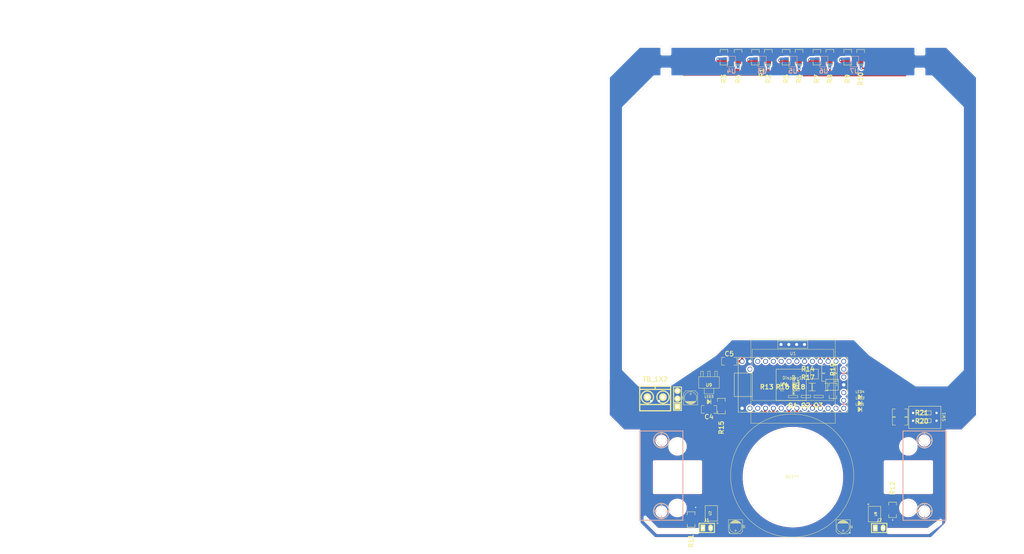
<source format=kicad_pcb>
(kicad_pcb (version 20171130) (host pcbnew "(5.1.4)-1")
  (layers (0 F.Cu signal) (31 B.Cu signal) (34 B.Paste user) (35 F.Paste user) (36 B.SilkS user) (37 F.SilkS user) (38 B.Mask user) (39 F.Mask user) (44 Edge.Cuts user))
  (net 0 "")
  (net 1 "Net-(R1-Pad2)")
  (net 2 +5V)
  (net 3 "Net-(R3-Pad2)")
  (net 4 "Net-(R5-Pad2)")
  (net 5 "Net-(R7-Pad2)")
  (net 6 "Net-(R9-Pad2)")
  (net 7 GND)
  (net 8 /A1)
  (net 9 /A0)
  (net 10 /A2)
  (net 11 /A3)
  (net 12 /A6)
  (net 13 /VIN)
  (net 14 "Net-(J1-Pad1)")
  (net 15 "Net-(J1-Pad2)")
  (net 16 "Net-(J2-Pad2)")
  (net 17 "Net-(J2-Pad1)")
  (net 18 "Net-(R11-Pad1)")
  (net 19 "Net-(R12-Pad1)")
  (net 20 "Net-(C3-Pad1)")
  (net 21 VCC)
  (net 22 "Net-(J3-Pad2)")
  (net 23 "Net-(LED1-Pad1)")
  (net 24 "Net-(LED2-Pad1)")
  (net 25 "Net-(LED3-Pad2)")
  (net 26 "Net-(LED4-Pad1)")
  (net 27 "Net-(Q1-Pad2)")
  (net 28 /MODE1)
  (net 29 /MODO2)
  (net 30 "Net-(Q2-Pad2)")
  (net 31 /MODO3)
  (net 32 "Net-(Q3-Pad2)")
  (net 33 /ESTRATEGIAS1)
  (net 34 /ESTRATEGIAS2)
  (net 35 /SDA)
  (net 36 /SCL)
  (net 37 /M1A)
  (net 38 /M1B)
  (net 39 /M2A)
  (net 40 /M2B)
  (module EESTN5:Pololu_Micro_Con_Soporte_Simple (layer B.Cu) (at 132.75 164.5 270)
    (fp_text reference Pololu_Micro_Gear_Motor hide)
    (fp_text value VAL** hide)
    (pad 1 thru_hole circle (at 11.5 0 270) (size 3 3) (drill 3) (layers *.Cu B.SilkS))
    (pad 4 thru_hole circle (at -11.5 0 270) (size 3 3) (drill 3) (layers *.Cu B.SilkS))
  )
  (module EESTN5:Pololu_Micro_Con_Soporte_Simple (layer B.Cu) (at 47.25 164.5 90)
    (fp_text reference Pololu_Micro_Gear_Motor hide)
    (fp_text value VAL** hide)
    (pad 4 thru_hole circle (at -11.5 0 90) (size 3 3) (drill 3) (layers *.Cu B.SilkS))
    (pad 1 thru_hole circle (at 11.5 0 90) (size 3 3) (drill 3) (layers *.Cu B.SilkS))
  )
  (module TEENSY_velocista:turbina27mm (layer F.Cu) (at 89.75 164.5)
    (fp_text reference REF** (at 0 0.5) (layer F.SilkS))
    (fp_text value turbina27mm)
  )
  (module EESTN5:Teensy40 (layer F.Cu) (at 90 135)
    (fp_text reference U1 (at 0 -10.16) (layer F.SilkS))
    (fp_text value Teensy4.0)
    (fp_text user DVL6A (at 1.778 0 90) (layer F.SilkS) (effects (font (size 0.7 0.7))))
    (fp_text user MIMXRT1062 (at 0.254 0 90) (layer F.SilkS) (effects (font (size 0.7 0.7))))
    (pad 1 thru_hole rect (at -16.51 7.62) (size 1.6 1.6) (drill 1.1) (layers *.Cu *.Mask) (net 7 GND))
    (pad 2 thru_hole circle (at -13.97 7.62) (size 1.6 1.6) (drill 1.1) (layers *.Cu *.Mask))
    (pad 3 thru_hole circle (at -11.43 7.62) (size 1.6 1.6) (drill 1.1) (layers *.Cu *.Mask))
    (pad 4 thru_hole circle (at -8.89 7.62) (size 1.6 1.6) (drill 1.1) (layers *.Cu *.Mask) (net 37 /M1A))
    (pad 5 thru_hole circle (at -6.35 7.62) (size 1.6 1.6) (drill 1.1) (layers *.Cu *.Mask) (net 38 /M1B))
    (pad 6 thru_hole circle (at -3.81 7.62) (size 1.6 1.6) (drill 1.1) (layers *.Cu *.Mask))
    (pad 7 thru_hole circle (at -1.27 7.62) (size 1.6 1.6) (drill 1.1) (layers *.Cu *.Mask) (net 39 /M2A))
    (pad 8 thru_hole circle (at 1.27 7.62) (size 1.6 1.6) (drill 1.1) (layers *.Cu *.Mask) (net 40 /M2B))
    (pad 9 thru_hole circle (at 3.81 7.62) (size 1.6 1.6) (drill 1.1) (layers *.Cu *.Mask) (net 28 /MODE1))
    (pad 10 thru_hole circle (at 6.35 7.62) (size 1.6 1.6) (drill 1.1) (layers *.Cu *.Mask) (net 29 /MODO2))
    (pad 11 thru_hole circle (at 8.89 7.62) (size 1.6 1.6) (drill 1.1) (layers *.Cu *.Mask) (net 31 /MODO3))
    (pad 12 thru_hole circle (at 11.43 7.62) (size 1.6 1.6) (drill 1.1) (layers *.Cu *.Mask))
    (pad 13 thru_hole circle (at 13.97 7.62) (size 1.6 1.6) (drill 1.1) (layers *.Cu *.Mask))
    (pad 34 thru_hole circle (at -13.97 -5.08) (size 1.6 1.6) (drill 1.1) (layers *.Cu *.Mask))
    (pad 33 thru_hole circle (at -16.51 -7.62) (size 1.6 1.6) (drill 1.1) (layers *.Cu *.Mask) (net 21 VCC))
    (pad 32 thru_hole circle (at -13.97 -7.62) (size 1.6 1.6) (drill 1.1) (layers *.Cu *.Mask) (net 7 GND))
    (pad 31 thru_hole circle (at -11.43 -7.62) (size 1.6 1.6) (drill 1.1) (layers *.Cu *.Mask))
    (pad 30 thru_hole circle (at -8.89 -7.62) (size 1.6 1.6) (drill 1.1) (layers *.Cu *.Mask))
    (pad 29 thru_hole circle (at -6.35 -7.62) (size 1.6 1.6) (drill 1.1) (layers *.Cu *.Mask))
    (pad 28 thru_hole circle (at -3.81 -7.62) (size 1.6 1.6) (drill 1.1) (layers *.Cu *.Mask))
    (pad 27 thru_hole circle (at -1.27 -7.62) (size 1.6 1.6) (drill 1.1) (layers *.Cu *.Mask) (net 12 /A6))
    (pad 26 thru_hole circle (at 1.27 -7.62) (size 1.6 1.6) (drill 1.1) (layers *.Cu *.Mask) (net 36 /SCL))
    (pad 25 thru_hole circle (at 3.81 -7.62) (size 1.6 1.6) (drill 1.1) (layers *.Cu *.Mask) (net 35 /SDA))
    (pad 24 thru_hole circle (at 6.35 -7.62) (size 1.6 1.6) (drill 1.1) (layers *.Cu *.Mask) (net 11 /A3))
    (pad 23 thru_hole circle (at 8.89 -7.62) (size 1.6 1.6) (drill 1.1) (layers *.Cu *.Mask) (net 10 /A2))
    (pad 22 thru_hole circle (at 11.43 -7.62) (size 1.6 1.6) (drill 1.1) (layers *.Cu *.Mask) (net 8 /A1))
    (pad 21 thru_hole circle (at 13.97 -7.62) (size 1.6 1.6) (drill 1.1) (layers *.Cu *.Mask) (net 9 /A0))
    (pad 14 thru_hole circle (at 16.51 7.62) (size 1.6 1.6) (drill 1.1) (layers *.Cu *.Mask))
    (pad 15 thru_hole circle (at 16.51 5.08) (size 1.6 1.6) (drill 1.1) (layers *.Cu *.Mask))
    (pad 16 thru_hole circle (at 16.51 2.54) (size 1.6 1.6) (drill 1.1) (layers *.Cu *.Mask))
    (pad 20 thru_hole circle (at 16.51 -7.62) (size 1.6 1.6) (drill 1.1) (layers *.Cu *.Mask))
    (pad 19 thru_hole circle (at 16.51 -5.08) (size 1.6 1.6) (drill 1.1) (layers *.Cu *.Mask))
    (pad 18 thru_hole circle (at 16.51 -2.54) (size 1.6 1.6) (drill 1.1) (layers *.Cu *.Mask))
    (pad 17 thru_hole circle (at 16.51 0) (size 1.6 1.6) (drill 1.1) (layers *.Cu *.Mask) (net 7 GND))
  )
  (module EESTN5:R_1206 (layer F.Cu) (at 77.8 28.603 90)
    (fp_text reference R1 (at -5.025001 2.05 90) (layer F.SilkS) (effects (font (size 1.5 1.5) (thickness 0.3))))
    (fp_text value R hide)
    (pad 2 smd rect (at -1.397 0 90) (size 1.6002 1.8034) (layers F.Cu F.Paste F.Mask) (net 1 "Net-(R1-Pad2)"))
    (pad 1 smd rect (at 1.397 0 90) (size 1.6002 1.8034) (layers F.Cu F.Paste F.Mask) (net 2 +5V))
  )
  (module EESTN5:R_1206 (layer F.Cu) (at 82 28.603 90)
    (fp_text reference R2 (at -7 0 90) (layer F.SilkS) (effects (font (size 1.5 1.5) (thickness 0.3))))
    (fp_text value R hide)
    (pad 1 smd rect (at 1.397 0 90) (size 1.6002 1.8034) (layers F.Cu F.Paste F.Mask) (net 2 +5V))
    (pad 2 smd rect (at -1.397 0 90) (size 1.6002 1.8034) (layers F.Cu F.Paste F.Mask) (net 11 /A3))
  )
  (module EESTN5:R_1206 (layer F.Cu) (at 67.6 28.6 90)
    (fp_text reference R3 (at -7 0 270) (layer F.SilkS) (effects (font (size 1.5 1.5) (thickness 0.3))))
    (fp_text value R hide)
    (pad 2 smd rect (at -1.397 0 90) (size 1.6002 1.8034) (layers F.Cu F.Paste F.Mask) (net 3 "Net-(R3-Pad2)"))
    (pad 1 smd rect (at 1.397 0 90) (size 1.6002 1.8034) (layers F.Cu F.Paste F.Mask) (net 2 +5V))
  )
  (module EESTN5:R_1206 (layer F.Cu) (at 72.2 28.603 90)
    (fp_text reference R4 (at -7 0 270) (layer F.SilkS) (effects (font (size 1.5 1.5) (thickness 0.3))))
    (fp_text value R hide)
    (pad 1 smd rect (at 1.397 0 90) (size 1.6002 1.8034) (layers F.Cu F.Paste F.Mask) (net 2 +5V))
    (pad 2 smd rect (at -1.397 0 90) (size 1.6002 1.8034) (layers F.Cu F.Paste F.Mask) (net 12 /A6))
  )
  (module EESTN5:R_1206 (layer F.Cu) (at 87.8 28.603 90)
    (fp_text reference R5 (at -7 0 90) (layer F.SilkS) (effects (font (size 1.5 1.5) (thickness 0.3))))
    (fp_text value R hide)
    (pad 2 smd rect (at -1.397 0 90) (size 1.6002 1.8034) (layers F.Cu F.Paste F.Mask) (net 4 "Net-(R5-Pad2)"))
    (pad 1 smd rect (at 1.397 0 90) (size 1.6002 1.8034) (layers F.Cu F.Paste F.Mask) (net 2 +5V))
  )
  (module EESTN5:R_1206 (layer F.Cu) (at 92 28.597 90)
    (fp_text reference R6 (at -7 0 90) (layer F.SilkS) (effects (font (size 1.5 1.5) (thickness 0.3))))
    (fp_text value R hide)
    (pad 1 smd rect (at 1.397 0 90) (size 1.6002 1.8034) (layers F.Cu F.Paste F.Mask) (net 2 +5V))
    (pad 2 smd rect (at -1.397 0 90) (size 1.6002 1.8034) (layers F.Cu F.Paste F.Mask) (net 10 /A2))
  )
  (module EESTN5:R_1206 (layer F.Cu) (at 97.8 28.603 90)
    (fp_text reference R7 (at -7 0 90) (layer F.SilkS) (effects (font (size 1.5 1.5) (thickness 0.3))))
    (fp_text value R hide)
    (pad 2 smd rect (at -1.397 0 90) (size 1.6002 1.8034) (layers F.Cu F.Paste F.Mask) (net 5 "Net-(R7-Pad2)"))
    (pad 1 smd rect (at 1.397 0 90) (size 1.6002 1.8034) (layers F.Cu F.Paste F.Mask) (net 2 +5V))
  )
  (module EESTN5:R_1206 (layer F.Cu) (at 102 28.603 90)
    (fp_text reference R8 (at -7 0 90) (layer F.SilkS) (effects (font (size 1.5 1.5) (thickness 0.3))))
    (fp_text value R hide)
    (pad 1 smd rect (at 1.397 0 90) (size 1.6002 1.8034) (layers F.Cu F.Paste F.Mask) (net 2 +5V))
    (pad 2 smd rect (at -1.397 0 90) (size 1.6002 1.8034) (layers F.Cu F.Paste F.Mask) (net 8 /A1))
  )
  (module EESTN5:R_1206 (layer F.Cu) (at 107.8 28.603 90)
    (fp_text reference R9 (at -7 0 90) (layer F.SilkS) (effects (font (size 1.5 1.5) (thickness 0.3))))
    (fp_text value R hide)
    (pad 2 smd rect (at -1.397 0 90) (size 1.6002 1.8034) (layers F.Cu F.Paste F.Mask) (net 6 "Net-(R9-Pad2)"))
    (pad 1 smd rect (at 1.397 0 90) (size 1.6002 1.8034) (layers F.Cu F.Paste F.Mask) (net 2 +5V))
  )
  (module EESTN5:R_1206 (layer F.Cu) (at 112 28.603 90)
    (fp_text reference R10 (at -7 0 90) (layer F.SilkS) (effects (font (size 1.5 1.5) (thickness 0.3))))
    (fp_text value R hide)
    (pad 1 smd rect (at 1.397 0 90) (size 1.6002 1.8034) (layers F.Cu F.Paste F.Mask) (net 2 +5V))
    (pad 2 smd rect (at -1.397 0 90) (size 1.6002 1.8034) (layers F.Cu F.Paste F.Mask) (net 9 /A0))
  )
  (module EESTN5:QRE1113GR (layer B.Cu) (at 80 30 180)
    (fp_text reference U3 (at 0 -3.1) (layer B.SilkS) (effects (font (size 1.5 1.5) (thickness 0.3)) (justify mirror)))
    (fp_text value QRE1113 hide)
    (pad 1 smd rect (at 2.1 0.9 180) (size 1.4 1) (layers B.Cu B.Paste B.Mask) (net 1 "Net-(R1-Pad2)"))
    (pad 2 smd rect (at -2.1 0.9 180) (size 1.4 1) (layers B.Cu B.Paste B.Mask) (net 7 GND))
    (pad 3 smd rect (at -2.1 -0.9 180) (size 1.4 1) (layers B.Cu B.Paste B.Mask) (net 11 /A3))
    (pad 4 smd rect (at 2.1 -0.9 180) (size 1.4 1) (layers B.Cu B.Paste B.Mask) (net 7 GND))
  )
  (module EESTN5:QRE1113GR (layer B.Cu) (at 70 30 180)
    (fp_text reference U4 (at 0 -3.1) (layer B.SilkS) (effects (font (size 1.5 1.5) (thickness 0.3)) (justify mirror)))
    (fp_text value QRE1113 hide)
    (pad 4 smd rect (at 2.1 -0.9 180) (size 1.4 1) (layers B.Cu B.Paste B.Mask) (net 7 GND))
    (pad 3 smd rect (at -2.1 -0.9 180) (size 1.4 1) (layers B.Cu B.Paste B.Mask) (net 12 /A6))
    (pad 2 smd rect (at -2.1 0.9 180) (size 1.4 1) (layers B.Cu B.Paste B.Mask) (net 7 GND))
    (pad 1 smd rect (at 2.1 0.9 180) (size 1.4 1) (layers B.Cu B.Paste B.Mask) (net 3 "Net-(R3-Pad2)"))
  )
  (module EESTN5:QRE1113GR (layer B.Cu) (at 90 30 180)
    (fp_text reference U5 (at 0 -3.1) (layer B.SilkS) (effects (font (size 1.5 1.5) (thickness 0.3)) (justify mirror)))
    (fp_text value QRE1113 hide)
    (pad 1 smd rect (at 2.1 0.9 180) (size 1.4 1) (layers B.Cu B.Paste B.Mask) (net 4 "Net-(R5-Pad2)"))
    (pad 2 smd rect (at -2.1 0.9 180) (size 1.4 1) (layers B.Cu B.Paste B.Mask) (net 7 GND))
    (pad 3 smd rect (at -2.1 -0.9 180) (size 1.4 1) (layers B.Cu B.Paste B.Mask) (net 10 /A2))
    (pad 4 smd rect (at 2.1 -0.9 180) (size 1.4 1) (layers B.Cu B.Paste B.Mask) (net 7 GND))
  )
  (module EESTN5:QRE1113GR (layer B.Cu) (at 100 30 180)
    (fp_text reference U6 (at 0 -3.1) (layer B.SilkS) (effects (font (size 1.5 1.5) (thickness 0.3)) (justify mirror)))
    (fp_text value QRE1113 hide)
    (pad 1 smd rect (at 2.1 0.9 180) (size 1.4 1) (layers B.Cu B.Paste B.Mask) (net 5 "Net-(R7-Pad2)"))
    (pad 2 smd rect (at -2.1 0.9 180) (size 1.4 1) (layers B.Cu B.Paste B.Mask) (net 7 GND))
    (pad 3 smd rect (at -2.1 -0.9 180) (size 1.4 1) (layers B.Cu B.Paste B.Mask) (net 8 /A1))
    (pad 4 smd rect (at 2.1 -0.9 180) (size 1.4 1) (layers B.Cu B.Paste B.Mask) (net 7 GND))
  )
  (module EESTN5:QRE1113GR (layer B.Cu) (at 110 30 180)
    (fp_text reference U7 (at 0 -3.1) (layer B.SilkS) (effects (font (size 1.5 1.5) (thickness 0.3)) (justify mirror)))
    (fp_text value QRE1113 hide)
    (pad 4 smd rect (at 2.1 -0.9 180) (size 1.4 1) (layers B.Cu B.Paste B.Mask) (net 7 GND))
    (pad 3 smd rect (at -2.1 -0.9 180) (size 1.4 1) (layers B.Cu B.Paste B.Mask) (net 9 /A0))
    (pad 2 smd rect (at -2.1 0.9 180) (size 1.4 1) (layers B.Cu B.Paste B.Mask) (net 7 GND))
    (pad 1 smd rect (at 2.1 0.9 180) (size 1.4 1) (layers B.Cu B.Paste B.Mask) (net 6 "Net-(R9-Pad2)"))
  )
  (module EESTN5:128x64OLED (layer F.Cu) (at 89.75 132.5)
    (fp_text reference Display1 (at 0 0.254) (layer F.SilkS))
    (fp_text value SSD1306-SSD1306-128x64_OLED)
    (pad 4 thru_hole oval (at 4 -10.6 90) (size 2 1.6) (drill 1) (layers *.Cu *.Mask) (net 35 /SDA))
    (pad 3 thru_hole oval (at 1.46 -10.6 90) (size 2 1.6) (drill 1) (layers *.Cu *.Mask) (net 36 /SCL))
    (pad 1 thru_hole oval (at -3.62 -10.6 90) (size 2 1.6) (drill 1) (layers *.Cu *.Mask) (net 7 GND))
    (pad 2 thru_hole oval (at -1.08 -10.6 90) (size 2 1.6) (drill 1) (layers *.Cu *.Mask) (net 21 VCC))
  )
  (module EESTN5:BORNERA2_DUO (layer F.Cu) (at 45.25 139 180)
    (fp_text reference J4 hide)
    (fp_text value TB_1X2 (at 0 5.8) (layer F.SilkS) (effects (font (size 1.5 1.5) (thickness 0.3))))
    (pad 1 thru_hole circle (at -2.54 0 180) (size 2.5 2.5) (drill 1.3) (layers *.Cu *.Mask F.SilkS) (net 7 GND))
    (pad 2 thru_hole circle (at 2.54 0 180) (size 2.5 2.5) (drill 1.3) (layers *.Cu *.Mask F.SilkS) (net 22 "Net-(J3-Pad2)"))
    (pad 1 thru_hole circle (at -1.27 -1.27 180) (size 1.75 1.75) (drill 0.762) (layers *.Cu *.Mask) (net 7 GND))
    (pad 2 thru_hole circle (at 1.27 -1.27 180) (size 1.75 1.75) (drill 0.762) (layers *.Cu *.Mask) (net 22 "Net-(J3-Pad2)"))
  )
  (module EESTN5:CAP_ELEC_SMD_4X5.5 (layer F.Cu) (at 106.3 181.11 270)
    (fp_text reference C1 (at 0 -2.794 90) (layer F.SilkS) (effects (font (size 0.50038 0.50038) (thickness 0.11938))))
    (fp_text value C hide)
    (pad 1 smd rect (at 2 0 270) (size 2.7 1) (layers F.Cu F.Paste F.Mask) (net 13 /VIN))
    (pad 2 smd rect (at -2 0 270) (size 2.7 1) (layers F.Cu F.Paste F.Mask) (net 7 GND))
  )
  (module EESTN5:CAP_ELEC_SMD_4X5.5 (layer F.Cu) (at 71.36 181.09 270)
    (fp_text reference C2 (at 0 -2.794 90) (layer F.SilkS) (effects (font (size 0.50038 0.50038) (thickness 0.11938))))
    (fp_text value C hide)
    (pad 2 smd rect (at -2 0 270) (size 2.7 1) (layers F.Cu F.Paste F.Mask) (net 7 GND))
    (pad 1 smd rect (at 2 0 270) (size 2.7 1) (layers F.Cu F.Paste F.Mask) (net 13 /VIN))
  )
  (module EESTN5:CAP_ELEC_SMD_4X5.5 (layer F.Cu) (at 56.75 139.25 90)
    (fp_text reference C3 (at 0 -2.794 90) (layer F.SilkS) (effects (font (size 0.50038 0.50038) (thickness 0.11938))))
    (fp_text value CAPAPOL hide)
    (pad 1 smd rect (at 2 0 90) (size 2.7 1) (layers F.Cu F.Paste F.Mask) (net 20 "Net-(C3-Pad1)"))
    (pad 2 smd rect (at -2 0 90) (size 2.7 1) (layers F.Cu F.Paste F.Mask) (net 7 GND))
  )
  (module EESTN5:C_1206 (layer F.Cu) (at 62.75 143 180)
    (fp_text reference C4 (at 0 -2.4) (layer F.SilkS) (effects (font (size 1.524 1.524) (thickness 0.254))))
    (fp_text value C hide)
    (pad 2 smd rect (at -1.397 0 180) (size 1.6002 1.8034) (layers F.Cu F.Paste F.Mask) (net 7 GND))
    (pad 1 smd rect (at 1.397 0 180) (size 1.6002 1.8034) (layers F.Cu F.Paste F.Mask) (net 20 "Net-(C3-Pad1)"))
  )
  (module EESTN5:C_1206 (layer F.Cu) (at 69.31 127.35)
    (fp_text reference C5 (at 0 -2.4) (layer F.SilkS) (effects (font (size 1.524 1.524) (thickness 0.254))))
    (fp_text value C hide)
    (pad 1 smd rect (at 1.397 0) (size 1.6002 1.8034) (layers F.Cu F.Paste F.Mask) (net 21 VCC))
    (pad 2 smd rect (at -1.397 0) (size 1.6002 1.8034) (layers F.Cu F.Paste F.Mask) (net 7 GND))
  )
  (module EESTN5:Pin_strip_2 (layer F.Cu) (at 62 181.5)
    (fp_text reference J1 (at 0 -2.5) (layer F.SilkS) (effects (font (size 1.016 1.016) (thickness 0.2032))))
    (fp_text value HEADER_2 hide)
    (pad 1 thru_hole rect (at -1.27 0) (size 1.524 2.19964) (drill 1.00076) (layers *.Cu *.Mask F.SilkS) (net 14 "Net-(J1-Pad1)"))
    (pad 2 thru_hole oval (at 1.27 0) (size 1.524 2.19964) (drill 1.00076) (layers *.Cu *.Mask F.SilkS) (net 15 "Net-(J1-Pad2)"))
  )
  (module EESTN5:Pin_strip_2 (layer F.Cu) (at 118.02 181.5)
    (fp_text reference J2 (at 0 -2.5) (layer F.SilkS) (effects (font (size 1.016 1.016) (thickness 0.2032))))
    (fp_text value HEADER_2 hide)
    (pad 2 thru_hole oval (at 1.27 0) (size 1.524 2.19964) (drill 1.00076) (layers *.Cu *.Mask F.SilkS) (net 16 "Net-(J2-Pad2)"))
    (pad 1 thru_hole rect (at -1.27 0) (size 1.524 2.19964) (drill 1.00076) (layers *.Cu *.Mask F.SilkS) (net 17 "Net-(J2-Pad1)"))
  )
  (module EESTN5:LED_1206 (layer F.Cu) (at 111.78 143.01)
    (fp_text reference LED1 (at 0 -1.651) (layer F.SilkS) (effects (font (size 0.8001 0.8001) (thickness 0.14986))))
    (fp_text value LED hide)
    (pad 2 smd rect (at 1.74752 0) (size 1.4986 1.4986) (layers F.Cu F.Paste F.Mask) (net 21 VCC))
    (pad 1 smd rect (at -1.74752 0) (size 1.4986 1.4986) (layers F.Cu F.Paste F.Mask) (net 23 "Net-(LED1-Pad1)"))
  )
  (module EESTN5:LED_1206 (layer F.Cu) (at 111.80682 140.958201)
    (fp_text reference LED2 (at 0 -1.651) (layer F.SilkS) (effects (font (size 0.8001 0.8001) (thickness 0.14986))))
    (fp_text value LED hide)
    (pad 1 smd rect (at -1.74752 0) (size 1.4986 1.4986) (layers F.Cu F.Paste F.Mask) (net 24 "Net-(LED2-Pad1)"))
    (pad 2 smd rect (at 1.74752 0) (size 1.4986 1.4986) (layers F.Cu F.Paste F.Mask) (net 21 VCC))
  )
  (module EESTN5:LED_1206 (layer F.Cu) (at 62.75 140.5)
    (fp_text reference LED3 (at 0 -1.651) (layer F.SilkS) (effects (font (size 0.8001 0.8001) (thickness 0.14986))))
    (fp_text value LED hide)
    (pad 1 smd rect (at -1.74752 0) (size 1.4986 1.4986) (layers F.Cu F.Paste F.Mask) (net 20 "Net-(C3-Pad1)"))
    (pad 2 smd rect (at 1.74752 0) (size 1.4986 1.4986) (layers F.Cu F.Paste F.Mask) (net 25 "Net-(LED3-Pad2)"))
  )
  (module EESTN5:LED_1206 (layer F.Cu) (at 111.78 138.91)
    (fp_text reference LED4 (at 0 -1.651) (layer F.SilkS) (effects (font (size 0.8001 0.8001) (thickness 0.14986))))
    (fp_text value LED hide)
    (pad 2 smd rect (at 1.74752 0) (size 1.4986 1.4986) (layers F.Cu F.Paste F.Mask) (net 21 VCC))
    (pad 1 smd rect (at -1.74752 0) (size 1.4986 1.4986) (layers F.Cu F.Paste F.Mask) (net 26 "Net-(LED4-Pad1)"))
  )
  (module EESTN5:SOT23 (layer F.Cu) (at 90.06 138.85 180)
    (fp_text reference Q1 (at 0.1 -2.9) (layer F.SilkS) (effects (font (size 1.5 1.5) (thickness 0.3))))
    (fp_text value 2N7002 hide)
    (pad 1 smd rect (at -0.9525 1.05664 180) (size 0.59944 1.00076) (layers F.Cu F.Paste F.Mask) (net 28 /MODE1))
    (pad 2 smd rect (at 0 -1.05664 180) (size 0.59944 1.00076) (layers F.Cu F.Paste F.Mask) (net 27 "Net-(Q1-Pad2)"))
    (pad 3 smd rect (at 0.9525 1.05664 180) (size 0.59944 1.00076) (layers F.Cu F.Paste F.Mask) (net 7 GND))
  )
  (module EESTN5:SOT23 (layer F.Cu) (at 94.236499 138.81298 180)
    (fp_text reference Q2 (at 0.1 -2.9) (layer F.SilkS) (effects (font (size 1.5 1.5) (thickness 0.3))))
    (fp_text value 2N7002 hide)
    (pad 3 smd rect (at 0.9525 1.05664 180) (size 0.59944 1.00076) (layers F.Cu F.Paste F.Mask) (net 7 GND))
    (pad 2 smd rect (at 0 -1.05664 180) (size 0.59944 1.00076) (layers F.Cu F.Paste F.Mask) (net 30 "Net-(Q2-Pad2)"))
    (pad 1 smd rect (at -0.9525 1.05664 180) (size 0.59944 1.00076) (layers F.Cu F.Paste F.Mask) (net 29 /MODO2))
  )
  (module EESTN5:SOT23 (layer F.Cu) (at 98.356499 138.81298 180)
    (fp_text reference Q3 (at 0.1 -2.9) (layer F.SilkS) (effects (font (size 1.5 1.5) (thickness 0.3))))
    (fp_text value 2N7002 hide)
    (pad 1 smd rect (at -0.9525 1.05664 180) (size 0.59944 1.00076) (layers F.Cu F.Paste F.Mask) (net 31 /MODO3))
    (pad 2 smd rect (at 0 -1.05664 180) (size 0.59944 1.00076) (layers F.Cu F.Paste F.Mask) (net 32 "Net-(Q3-Pad2)"))
    (pad 3 smd rect (at 0.9525 1.05664 180) (size 0.59944 1.00076) (layers F.Cu F.Paste F.Mask) (net 7 GND))
  )
  (module EESTN5:R_1206 (layer F.Cu) (at 56.93 178.767 90)
    (fp_text reference R11 (at -7 0 90) (layer F.SilkS) (effects (font (size 1.5 1.5) (thickness 0.3))))
    (fp_text value R hide)
    (pad 1 smd rect (at 1.397 0 90) (size 1.6002 1.8034) (layers F.Cu F.Paste F.Mask) (net 18 "Net-(R11-Pad1)"))
    (pad 2 smd rect (at -1.397 0 90) (size 1.6002 1.8034) (layers F.Cu F.Paste F.Mask) (net 7 GND))
  )
  (module EESTN5:R_1206 (layer F.Cu) (at 122.37 175.623 270)
    (fp_text reference R12 (at -7 0 90) (layer F.SilkS) (effects (font (size 1.5 1.5) (thickness 0.3))))
    (fp_text value R hide)
    (pad 1 smd rect (at 1.397 0 270) (size 1.6002 1.8034) (layers F.Cu F.Paste F.Mask) (net 19 "Net-(R12-Pad1)"))
    (pad 2 smd rect (at -1.397 0 270) (size 1.6002 1.8034) (layers F.Cu F.Paste F.Mask) (net 7 GND))
  )
  (module EESTN5:R_1206 (layer F.Cu) (at 88.5 135.7)
    (fp_text reference R13 (at -7 0) (layer F.SilkS) (effects (font (size 1.5 1.5) (thickness 0.3))))
    (fp_text value R hide)
    (pad 1 smd rect (at 1.397 0) (size 1.6002 1.8034) (layers F.Cu F.Paste F.Mask) (net 28 /MODE1))
    (pad 2 smd rect (at -1.397 0) (size 1.6002 1.8034) (layers F.Cu F.Paste F.Mask) (net 7 GND))
  )
  (module EESTN5:R_1206 (layer F.Cu) (at 101.877 129.89)
    (fp_text reference R14 (at -7 0) (layer F.SilkS) (effects (font (size 1.5 1.5) (thickness 0.3))))
    (fp_text value R hide)
    (pad 2 smd rect (at -1.397 0) (size 1.6002 1.8034) (layers F.Cu F.Paste F.Mask) (net 27 "Net-(Q1-Pad2)"))
    (pad 1 smd rect (at 1.397 0) (size 1.6002 1.8034) (layers F.Cu F.Paste F.Mask) (net 26 "Net-(LED4-Pad1)"))
  )
  (module EESTN5:R_1206 (layer F.Cu) (at 66.75 141.897 90)
    (fp_text reference R15 (at -7 0 90) (layer F.SilkS) (effects (font (size 1.5 1.5) (thickness 0.3))))
    (fp_text value R hide)
    (pad 1 smd rect (at 1.397 0 90) (size 1.6002 1.8034) (layers F.Cu F.Paste F.Mask) (net 25 "Net-(LED3-Pad2)"))
    (pad 2 smd rect (at -1.397 0 90) (size 1.6002 1.8034) (layers F.Cu F.Paste F.Mask) (net 7 GND))
  )
  (module EESTN5:R_1206 (layer F.Cu) (at 93.66 135.7)
    (fp_text reference R16 (at -7 0) (layer F.SilkS) (effects (font (size 1.5 1.5) (thickness 0.3))))
    (fp_text value R hide)
    (pad 1 smd rect (at 1.397 0) (size 1.6002 1.8034) (layers F.Cu F.Paste F.Mask) (net 29 /MODO2))
    (pad 2 smd rect (at -1.397 0) (size 1.6002 1.8034) (layers F.Cu F.Paste F.Mask) (net 7 GND))
  )
  (module EESTN5:R_1206 (layer F.Cu) (at 101.87 132.6)
    (fp_text reference R17 (at -7 0) (layer F.SilkS) (effects (font (size 1.5 1.5) (thickness 0.3))))
    (fp_text value R hide)
    (pad 2 smd rect (at -1.397 0) (size 1.6002 1.8034) (layers F.Cu F.Paste F.Mask) (net 30 "Net-(Q2-Pad2)"))
    (pad 1 smd rect (at 1.397 0) (size 1.6002 1.8034) (layers F.Cu F.Paste F.Mask) (net 24 "Net-(LED2-Pad1)"))
  )
  (module EESTN5:R_1206 (layer F.Cu) (at 98.82 135.71)
    (fp_text reference R18 (at -7 0) (layer F.SilkS) (effects (font (size 1.5 1.5) (thickness 0.3))))
    (fp_text value R hide)
    (pad 1 smd rect (at 1.397 0) (size 1.6002 1.8034) (layers F.Cu F.Paste F.Mask) (net 31 /MODO3))
    (pad 2 smd rect (at -1.397 0) (size 1.6002 1.8034) (layers F.Cu F.Paste F.Mask) (net 7 GND))
  )
  (module EESTN5:R_1206 (layer F.Cu) (at 103.01 136.953 270)
    (fp_text reference R19 (at -7 0 90) (layer F.SilkS) (effects (font (size 1.5 1.5) (thickness 0.3))))
    (fp_text value R hide)
    (pad 2 smd rect (at -1.397 0 270) (size 1.6002 1.8034) (layers F.Cu F.Paste F.Mask) (net 32 "Net-(Q3-Pad2)"))
    (pad 1 smd rect (at 1.397 0 270) (size 1.6002 1.8034) (layers F.Cu F.Paste F.Mask) (net 23 "Net-(LED1-Pad1)"))
  )
  (module EESTN5:R_1206 (layer F.Cu) (at 124.833 146.83 180)
    (fp_text reference R20 (at -7 0) (layer F.SilkS) (effects (font (size 1.5 1.5) (thickness 0.3))))
    (fp_text value R hide)
    (pad 2 smd rect (at -1.397 0 180) (size 1.6002 1.8034) (layers F.Cu F.Paste F.Mask) (net 33 /ESTRATEGIAS1))
    (pad 1 smd rect (at 1.397 0 180) (size 1.6002 1.8034) (layers F.Cu F.Paste F.Mask) (net 21 VCC))
  )
  (module EESTN5:R_1206 (layer F.Cu) (at 124.823 144.09 180)
    (fp_text reference R21 (at -7 0) (layer F.SilkS) (effects (font (size 1.5 1.5) (thickness 0.3))))
    (fp_text value R hide)
    (pad 2 smd rect (at -1.397 0 180) (size 1.6002 1.8034) (layers F.Cu F.Paste F.Mask) (net 34 /ESTRATEGIAS2))
    (pad 1 smd rect (at 1.397 0 180) (size 1.6002 1.8034) (layers F.Cu F.Paste F.Mask) (net 21 VCC))
  )
  (module EESTN5:SSOP-8 (layer F.Cu) (at 63.5 176.75 90)
    (fp_text reference U2 (at 0 -0.4 90) (layer F.SilkS) (effects (font (size 0.7493 0.7493) (thickness 0.14986))))
    (fp_text value DRV8872 hide)
    (pad 1 smd rect (at -1.905 3 90) (size 0.7112 2) (layers F.Cu F.Paste F.Mask) (net 7 GND))
    (pad 2 smd rect (at -0.635 3 90) (size 0.7112 2) (layers F.Cu F.Paste F.Mask) (net 38 /M1B))
    (pad 3 smd rect (at 0.635 3 90) (size 0.7112 2) (layers F.Cu F.Paste F.Mask) (net 37 /M1A))
    (pad 4 smd rect (at 1.905 3 90) (size 0.7112 2) (layers F.Cu F.Paste F.Mask))
    (pad 5 smd rect (at 1.905 -3 270) (size 0.7112 2) (layers F.Cu F.Paste F.Mask) (net 13 /VIN))
    (pad 6 smd rect (at 0.635 -3 270) (size 0.7112 2) (layers F.Cu F.Paste F.Mask) (net 15 "Net-(J1-Pad2)"))
    (pad 7 smd rect (at -0.635 -3 270) (size 0.7112 2) (layers F.Cu F.Paste F.Mask) (net 18 "Net-(R11-Pad1)"))
    (pad 8 smd rect (at -1.905 -3 270) (size 0.7112 2) (layers F.Cu F.Paste F.Mask) (net 14 "Net-(J1-Pad1)"))
  )
  (module EESTN5:SSOP-8 (layer F.Cu) (at 116.5 177 270)
    (fp_text reference U8 (at 0 -0.4 90) (layer F.SilkS) (effects (font (size 0.7493 0.7493) (thickness 0.14986))))
    (fp_text value DRV8872 hide)
    (pad 8 smd rect (at -1.905 -3 90) (size 0.7112 2) (layers F.Cu F.Paste F.Mask) (net 17 "Net-(J2-Pad1)"))
    (pad 7 smd rect (at -0.635 -3 90) (size 0.7112 2) (layers F.Cu F.Paste F.Mask) (net 19 "Net-(R12-Pad1)"))
    (pad 6 smd rect (at 0.635 -3 90) (size 0.7112 2) (layers F.Cu F.Paste F.Mask) (net 16 "Net-(J2-Pad2)"))
    (pad 5 smd rect (at 1.905 -3 90) (size 0.7112 2) (layers F.Cu F.Paste F.Mask) (net 13 /VIN))
    (pad 4 smd rect (at 1.905 3 270) (size 0.7112 2) (layers F.Cu F.Paste F.Mask))
    (pad 3 smd rect (at 0.635 3 270) (size 0.7112 2) (layers F.Cu F.Paste F.Mask) (net 39 /M2A))
    (pad 2 smd rect (at -0.635 3 270) (size 0.7112 2) (layers F.Cu F.Paste F.Mask) (net 40 /M2B))
    (pad 1 smd rect (at -1.905 3 270) (size 0.7112 2) (layers F.Cu F.Paste F.Mask) (net 7 GND))
  )
  (module EESTN5:SOT223 (layer F.Cu) (at 62.75 134.25 180)
    (fp_text reference U9 (at 0.0508 -0.8382) (layer F.SilkS) (effects (font (size 1.00076 1.00076) (thickness 0.20066))))
    (fp_text value LM1117-SOT hide)
    (pad 1 smd rect (at -2.3 3.3 180) (size 1 2.4) (layers F.Cu F.Paste F.Mask) (net 7 GND))
    (pad 2 smd rect (at 0 3.3 180) (size 1 2.4) (layers F.Cu F.Paste F.Mask) (net 21 VCC))
    (pad 3 smd rect (at 2.3 3.3 180) (size 1 2.4) (layers F.Cu F.Paste F.Mask) (net 20 "Net-(C3-Pad1)"))
    (pad 4 smd rect (at 0 -3.15 180) (size 3.8 2.4) (layers F.Cu F.Paste F.Mask) (net 21 VCC))
  )
  (module EESTN5:Pin_Strip_3 (layer F.Cu) (at 52.5 139.5 90)
    (fp_text reference J3 hide)
    (fp_text value Conn_01X03 hide)
    (pad 1 thru_hole rect (at -2.54 0 90) (size 2 2) (drill 1) (layers *.Cu *.Mask F.SilkS) (net 20 "Net-(C3-Pad1)"))
    (pad 2 thru_hole oval (at 0 0 90) (size 2 2) (drill 1) (layers *.Cu *.Mask F.SilkS) (net 22 "Net-(J3-Pad2)"))
    (pad 3 thru_hole oval (at 2.54 0 90) (size 2 2) (drill 1) (layers *.Cu *.Mask F.SilkS) (net 22 "Net-(J3-Pad2)"))
  )
  (module EESTN5:Dip_SW_2-300 (layer F.Cu) (at 129.04 144.13 270)
    (fp_text reference SW1 (at 1.25 -10 90) (layer F.SilkS))
    (fp_text value SW_DIP_x02 hide)
    (pad 1 thru_hole rect (at 0 0 270) (size 2 2) (drill 0.75) (layers *.Cu *.Mask) (net 34 /ESTRATEGIAS2))
    (pad 4 thru_hole oval (at 0 -7.62 270) (size 2 2) (drill 0.75) (layers *.Cu *.Mask) (net 7 GND))
    (pad 2 thru_hole oval (at 2.54 0 270) (size 2 2) (drill 0.75) (layers *.Cu *.Mask) (net 33 /ESTRATEGIAS1))
    (pad 3 thru_hole oval (at 2.54 -7.62 270) (size 2 2) (drill 0.75) (layers *.Cu *.Mask) (net 7 GND))
  )
  (gr_circle (center 90 165) (end 105 170) (layer Edge.Cuts) (width 0.05))
  (gr_line (start 138 179) (end 134 182) (layer Edge.Cuts) (width 0.05))
  (gr_line (start 138 180) (end 138 179) (layer Edge.Cuts) (width 0.05))
  (gr_line (start 134 183) (end 138 180) (layer Edge.Cuts) (width 0.05))
  (gr_line (start 42 178) (end 42 179) (layer Edge.Cuts) (width 0.05))
  (gr_line (start 43 179) (end 42 178) (layer Edge.Cuts) (width 0.05))
  (gr_line (start 46 182) (end 43 179) (layer Edge.Cuts) (width 0.05))
  (gr_line (start 46 183) (end 42 179) (layer Edge.Cuts) (width 0.05))
  (gr_line (start 134 182) (end 121 182) (layer Edge.Cuts) (width 0.05))
  (gr_line (start 121 183) (end 134 183) (layer Edge.Cuts) (width 0.05))
  (gr_line (start 121 182) (end 121 183) (layer Edge.Cuts) (width 0.05))
  (gr_line (start 59 182) (end 46 182) (layer Edge.Cuts) (width 0.05))
  (gr_line (start 59 183) (end 59 182) (layer Edge.Cuts) (width 0.05))
  (gr_line (start 46 183) (end 59 183) (layer Edge.Cuts) (width 0.05))
  (gr_circle (center 127.5 175) (end 127.5 177.5) (layer Edge.Cuts) (width 0.05))
  (gr_circle (center 127.5 155) (end 130 155) (layer Edge.Cuts) (width 0.05))
  (gr_circle (center 52.5 175) (end 52.5 177.5) (layer Edge.Cuts) (width 0.05))
  (gr_circle (center 52.5 155) (end 55 155) (layer Edge.Cuts) (width 0.05))
  (gr_line (start 60 170) (end 45 170) (layer Edge.Cuts) (width 0.05))
  (gr_line (start 45 170) (end 45 160) (layer Edge.Cuts) (width 0.05))
  (gr_line (start 45 160) (end 60 160) (layer Edge.Cuts) (width 0.05))
  (gr_line (start 60 160) (end 60 170) (layer Edge.Cuts) (width 0.05))
  (gr_line (start 120 160) (end 135 160) (layer Edge.Cuts) (width 0.05))
  (gr_line (start 120 170) (end 120 160) (layer Edge.Cuts) (width 0.05))
  (gr_line (start 135 170) (end 120 170) (layer Edge.Cuts) (width 0.05))
  (gr_line (start 135 160) (end 135 170) (layer Edge.Cuts) (width 0.05))
  (gr_line (start 130 35) (end 50 35) (layer Edge.Cuts) (width 0.05))
  (gr_line (start 130 32.5) (end 130 35) (layer Edge.Cuts) (width 0.05))
  (gr_line (start 132.5 32.5) (end 130 32.5) (layer Edge.Cuts) (width 0.05))
  (gr_line (start 132.5 35) (end 132.5 32.5) (layer Edge.Cuts) (width 0.05))
  (gr_line (start 135 35) (end 132.5 35) (layer Edge.Cuts) (width 0.05))
  (gr_line (start 145 45) (end 135 35) (layer Edge.Cuts) (width 0.05))
  (gr_line (start 145 130) (end 145 45) (layer Edge.Cuts) (width 0.05))
  (gr_line (start 140 135) (end 145 130) (layer Edge.Cuts) (width 0.05))
  (gr_line (start 130 135) (end 140 135) (layer Edge.Cuts) (width 0.05))
  (gr_line (start 115 125) (end 130 135) (layer Edge.Cuts) (width 0.05))
  (gr_line (start 110 120) (end 115 125) (layer Edge.Cuts) (width 0.05))
  (gr_line (start 70 120) (end 110 120) (layer Edge.Cuts) (width 0.05))
  (gr_line (start 65 125) (end 70 120) (layer Edge.Cuts) (width 0.05))
  (gr_line (start 50 135) (end 65 125) (layer Edge.Cuts) (width 0.05))
  (gr_line (start 40 135) (end 50 135) (layer Edge.Cuts) (width 0.05))
  (gr_line (start 35 130) (end 40 135) (layer Edge.Cuts) (width 0.05))
  (gr_line (start 35 45) (end 35 130) (layer Edge.Cuts) (width 0.05))
  (gr_line (start 45 35) (end 35 45) (layer Edge.Cuts) (width 0.05))
  (gr_line (start 47.5 35) (end 45 35) (layer Edge.Cuts) (width 0.05))
  (gr_line (start 47.5 32.5) (end 47.5 35) (layer Edge.Cuts) (width 0.05))
  (gr_line (start 50 32.5) (end 47.5 32.5) (layer Edge.Cuts) (width 0.05))
  (gr_line (start 50 35) (end 50 32.5) (layer Edge.Cuts) (width 0.05))
  (gr_line (start 30 145) (end 30 35) (layer Edge.Cuts) (width 0.05))
  (gr_line (start 35 150) (end 30 145) (layer Edge.Cuts) (width 0.05))
  (gr_line (start 40 150) (end 35 150) (layer Edge.Cuts) (width 0.05))
  (gr_line (start 40 180) (end 40 150) (layer Edge.Cuts) (width 0.05))
  (gr_line (start 45 185) (end 40 180) (layer Edge.Cuts) (width 0.05))
  (gr_line (start 135 185) (end 45 185) (layer Edge.Cuts) (width 0.05))
  (gr_line (start 140 180) (end 135 185) (layer Edge.Cuts) (width 0.05))
  (gr_line (start 140 150) (end 140 180) (layer Edge.Cuts) (width 0.05))
  (gr_line (start 145 150) (end 140 150) (layer Edge.Cuts) (width 0.05))
  (gr_line (start 150 145) (end 145 150) (layer Edge.Cuts) (width 0.05))
  (gr_line (start 150 35) (end 150 145) (layer Edge.Cuts) (width 0.05))
  (gr_line (start 140 25) (end 150 35) (layer Edge.Cuts) (width 0.05))
  (gr_line (start 132.5 25) (end 140 25) (layer Edge.Cuts) (width 0.05))
  (gr_line (start 132.5 27.5) (end 132.5 25) (layer Edge.Cuts) (width 0.05))
  (gr_line (start 130 27.5) (end 132.5 27.5) (layer Edge.Cuts) (width 0.05))
  (gr_line (start 130 25) (end 130 27.5) (layer Edge.Cuts) (width 0.05))
  (gr_line (start 50 25) (end 130 25) (layer Edge.Cuts) (width 0.05))
  (gr_line (start 50 27.5) (end 50 25) (layer Edge.Cuts) (width 0.05))
  (gr_line (start 47.5 27.5) (end 50 27.5) (layer Edge.Cuts) (width 0.05))
  (gr_line (start 47.5 25) (end 47.5 27.5) (layer Edge.Cuts) (width 0.05))
  (gr_line (start 40 25) (end 47.5 25) (layer Edge.Cuts) (width 0.05))
  (gr_line (start 30 35) (end 40 25) (layer Edge.Cuts) (width 0.05))
  (segment (start 77.9 29.1) (end 75.9 29.1) (width 0.8) (layer B.Cu) (net 1))
  (via (at 75.6 29.4) (size 0.8) (drill 0.4) (layers F.Cu B.Cu) (net 1))
  (segment (start 75.9 29.1) (end 75.6 29.4) (width 0.8) (layer B.Cu) (net 1))
  (segment (start 75.6 29.965685) (end 75.634315 30) (width 0.8) (layer F.Cu) (net 1))
  (segment (start 75.6 29.4) (end 75.6 29.965685) (width 0.8) (layer F.Cu) (net 1))
  (segment (start 75.634315 30) (end 77.8 30) (width 0.8) (layer F.Cu) (net 1))
  (segment (start 111.997 27.203) (end 112 27.206) (width 1) (layer F.Cu) (net 2))
  (segment (start 67.6 27.203) (end 111.997 27.203) (width 1) (layer F.Cu) (net 2))
  (via (at 65.6 29.2) (size 0.8) (drill 0.4) (layers F.Cu B.Cu) (net 3))
  (segment (start 65.8983 29.997) (end 65.6 29.6987) (width 0.8) (layer F.Cu) (net 3))
  (segment (start 65.6 29.6987) (end 65.6 29.2) (width 0.8) (layer F.Cu) (net 3))
  (segment (start 67.6 29.997) (end 65.8983 29.997) (width 0.8) (layer F.Cu) (net 3))
  (segment (start 65.7 29.1) (end 65.6 29.2) (width 0.8) (layer B.Cu) (net 3))
  (segment (start 67.9 29.1) (end 65.7 29.1) (width 0.8) (layer B.Cu) (net 3))
  (via (at 85.6 29.6) (size 0.8) (drill 0.4) (layers F.Cu B.Cu) (net 4))
  (segment (start 87.9 29.1) (end 86.1 29.1) (width 0.8) (layer B.Cu) (net 4))
  (segment (start 86.1 29.1) (end 85.6 29.6) (width 0.8) (layer B.Cu) (net 4))
  (segment (start 86 30) (end 87.8 30) (width 0.8) (layer F.Cu) (net 4))
  (segment (start 85.6 29.6) (end 86 30) (width 0.8) (layer F.Cu) (net 4))
  (via (at 95.4 29.4) (size 0.8) (drill 0.4) (layers F.Cu B.Cu) (net 5))
  (segment (start 97.9 29.1) (end 95.7 29.1) (width 0.8) (layer B.Cu) (net 5))
  (segment (start 95.7 29.1) (end 95.4 29.4) (width 0.8) (layer B.Cu) (net 5))
  (segment (start 95.4 29.4) (end 95.4 30) (width 0.8) (layer F.Cu) (net 5))
  (segment (start 95.4 30) (end 97.8 30) (width 0.8) (layer F.Cu) (net 5))
  (segment (start 107.9 29.1) (end 105.7 29.1) (width 0.8) (layer B.Cu) (net 6))
  (via (at 105.4 29.6) (size 0.8) (drill 0.4) (layers F.Cu B.Cu) (net 6))
  (segment (start 105.7 29.1) (end 105.4 29.4) (width 0.8) (layer B.Cu) (net 6))
  (segment (start 105.4 29.4) (end 105.4 29.6) (width 0.8) (layer B.Cu) (net 6))
  (segment (start 105.8 30) (end 107.8 30) (width 0.8) (layer F.Cu) (net 6))
  (segment (start 105.4 29.6) (end 105.8 30) (width 0.8) (layer F.Cu) (net 6))
  (via (at 102 32.2) (size 0.8) (drill 0.4) (layers F.Cu B.Cu) (net 8))
  (segment (start 102 30) (end 102 32.2) (width 0.8) (layer F.Cu) (net 8))
  (segment (start 102 31) (end 102.1 30.9) (width 0.8) (layer B.Cu) (net 8))
  (segment (start 102 32.2) (end 102 31) (width 0.8) (layer B.Cu) (net 8))
  (segment (start 102 33) (end 102 32.2) (width 0.5) (layer F.Cu) (net 8))
  (segment (start 102.5 33.5) (end 102 33) (width 0.5) (layer F.Cu) (net 8))
  (segment (start 125.25 33.5) (end 102.5 33.5) (width 0.5) (layer F.Cu) (net 8))
  (segment (start 128.75 30) (end 125.25 33.5) (width 0.5) (layer F.Cu) (net 8))
  (segment (start 136.75 30) (end 128.75 30) (width 0.5) (layer F.Cu) (net 8))
  (segment (start 147.25 40.5) (end 136.75 30) (width 0.5) (layer F.Cu) (net 8))
  (segment (start 147.25 132.75) (end 147.25 40.5) (width 0.5) (layer F.Cu) (net 8))
  (segment (start 101.43 123.32) (end 101.75 123) (width 0.5) (layer F.Cu) (net 8))
  (segment (start 101.43 127.38) (end 101.43 123.32) (width 0.5) (layer F.Cu) (net 8))
  (segment (start 101.75 123) (end 108.5 123) (width 0.5) (layer F.Cu) (net 8))
  (segment (start 108.5 123) (end 125.25 139.75) (width 0.5) (layer F.Cu) (net 8))
  (segment (start 125.25 139.75) (end 140.25 139.75) (width 0.5) (layer F.Cu) (net 8))
  (segment (start 140.25 139.75) (end 147.25 132.75) (width 0.5) (layer F.Cu) (net 8))
  (via (at 112.2 32.2) (size 0.8) (drill 0.4) (layers F.Cu B.Cu) (net 9))
  (segment (start 112.1 30.9) (end 112.1 32.1) (width 0.8) (layer B.Cu) (net 9))
  (segment (start 112.1 32.1) (end 112.2 32.2) (width 0.8) (layer B.Cu) (net 9))
  (segment (start 112.2 30.2) (end 112 30) (width 0.8) (layer F.Cu) (net 9))
  (segment (start 112.2 32.2) (end 112.2 30.2) (width 0.8) (layer F.Cu) (net 9))
  (segment (start 148.75 46.5) (end 148.5 46.75) (width 0.5) (layer F.Cu) (net 9))
  (segment (start 108 125) (end 104.75 125) (width 0.5) (layer F.Cu) (net 9))
  (segment (start 103.97 125.78) (end 103.97 127.38) (width 0.5) (layer F.Cu) (net 9))
  (segment (start 112.2 32.2) (end 124.55 32.2) (width 0.5) (layer F.Cu) (net 9))
  (segment (start 109 127.75) (end 109 126) (width 0.5) (layer F.Cu) (net 9))
  (segment (start 138.25 29) (end 148.75 39.5) (width 0.5) (layer F.Cu) (net 9))
  (segment (start 148.5 132.489962) (end 147.5 133.489962) (width 0.5) (layer F.Cu) (net 9))
  (segment (start 148.5 46.75) (end 148.5 132.489962) (width 0.5) (layer F.Cu) (net 9))
  (segment (start 148.75 39.5) (end 148.75 46.5) (width 0.5) (layer F.Cu) (net 9))
  (segment (start 124.55 32.2) (end 127.75 29) (width 0.5) (layer F.Cu) (net 9))
  (segment (start 123.75 142.5) (end 109 127.75) (width 0.5) (layer F.Cu) (net 9))
  (segment (start 147.5 133.489962) (end 147.5 135.25) (width 0.5) (layer F.Cu) (net 9))
  (segment (start 127.75 29) (end 138.25 29) (width 0.5) (layer F.Cu) (net 9))
  (segment (start 109 126) (end 108 125) (width 0.5) (layer F.Cu) (net 9))
  (segment (start 147.5 135.25) (end 140.25 142.5) (width 0.5) (layer F.Cu) (net 9))
  (segment (start 140.25 142.5) (end 123.75 142.5) (width 0.5) (layer F.Cu) (net 9))
  (segment (start 104.75 125) (end 103.97 125.78) (width 0.5) (layer F.Cu) (net 9))
  (via (at 92 32.4) (size 0.8) (drill 0.4) (layers F.Cu B.Cu) (net 10))
  (segment (start 92 29.994) (end 92 32.4) (width 0.8) (layer F.Cu) (net 10))
  (segment (start 92 31) (end 92.1 30.9) (width 0.8) (layer B.Cu) (net 10))
  (segment (start 92 32.4) (end 92 31) (width 0.8) (layer B.Cu) (net 10))
  (segment (start 99 121.5) (end 98.89 121.61) (width 0.5) (layer F.Cu) (net 10))
  (segment (start 125.75 138.25) (end 109 121.5) (width 0.5) (layer F.Cu) (net 10))
  (segment (start 139 138.25) (end 125.75 138.25) (width 0.5) (layer F.Cu) (net 10))
  (segment (start 98.89 121.61) (end 98.89 127.38) (width 0.5) (layer F.Cu) (net 10))
  (segment (start 146 131.25) (end 139 138.25) (width 0.5) (layer F.Cu) (net 10))
  (segment (start 146 42) (end 146 131.25) (width 0.5) (layer F.Cu) (net 10))
  (segment (start 92 33) (end 93.52499 34.52499) (width 0.5) (layer F.Cu) (net 10))
  (segment (start 93.52499 34.52499) (end 126.47501 34.52499) (width 0.5) (layer F.Cu) (net 10))
  (segment (start 126.47501 34.52499) (end 130 31) (width 0.5) (layer F.Cu) (net 10))
  (segment (start 130 31) (end 135 31) (width 0.5) (layer F.Cu) (net 10))
  (segment (start 109 121.5) (end 99 121.5) (width 0.5) (layer F.Cu) (net 10))
  (segment (start 92 32.4) (end 92 33) (width 0.5) (layer F.Cu) (net 10))
  (segment (start 135 31) (end 146 42) (width 0.5) (layer F.Cu) (net 10))
  (via (at 82 32.2) (size 0.8) (drill 0.4) (layers F.Cu B.Cu) (net 11))
  (segment (start 82 30) (end 82 32.2) (width 0.8) (layer F.Cu) (net 11))
  (segment (start 82 31) (end 82.1 30.9) (width 0.8) (layer B.Cu) (net 11))
  (segment (start 82 32.2) (end 82 31) (width 0.8) (layer B.Cu) (net 11))
  (segment (start 33.4 41.2) (end 33.4 132.2) (width 0.8) (layer F.Cu) (net 11))
  (segment (start 33.4 132.2) (end 38.6 137.4) (width 0.8) (layer F.Cu) (net 11))
  (segment (start 82 33.6) (end 81.4 34.2) (width 0.8) (layer F.Cu) (net 11))
  (segment (start 82 32.2) (end 82 33.6) (width 0.8) (layer F.Cu) (net 11))
  (segment (start 81.4 34.2) (end 54.6 34.2) (width 0.8) (layer F.Cu) (net 11))
  (segment (start 54.6 34.2) (end 51.2 30.8) (width 0.8) (layer F.Cu) (net 11))
  (segment (start 51.2 30.8) (end 43.8 30.8) (width 0.8) (layer F.Cu) (net 11))
  (segment (start 43.8 30.8) (end 33.4 41.2) (width 0.8) (layer F.Cu) (net 11))
  (via (at 72.2 32.2) (size 0.8) (drill 0.4) (layers F.Cu B.Cu) (net 12))
  (segment (start 72.2 30) (end 72.2 32.2) (width 0.8) (layer F.Cu) (net 12))
  (segment (start 72.2 31) (end 72.1 30.9) (width 0.8) (layer B.Cu) (net 12))
  (segment (start 72.2 32.2) (end 72.2 31) (width 0.8) (layer B.Cu) (net 12))
  (segment (start 56 32.8) (end 52.4 29.2) (width 0.8) (layer F.Cu) (net 12))
  (segment (start 72.165685 32.8) (end 56 32.8) (width 0.8) (layer F.Cu) (net 12))
  (segment (start 72.2 32.2) (end 72.2 32.765685) (width 0.8) (layer F.Cu) (net 12))
  (segment (start 72.2 32.765685) (end 72.165685 32.8) (width 0.8) (layer F.Cu) (net 12))
  (segment (start 47.4 29.2) (end 46.6 29.2) (width 0.8) (layer F.Cu) (net 12))
  (segment (start 52.4 29.2) (end 47.4 29.2) (width 0.8) (layer F.Cu) (net 12))
  (segment (start 42.8 29.2) (end 47.4 29.2) (width 0.8) (layer F.Cu) (net 12))
  (segment (start 31.6 133) (end 31.6 40.4) (width 0.8) (layer F.Cu) (net 12))
  (segment (start 31.6 40.4) (end 42.8 29.2) (width 0.8) (layer F.Cu) (net 12))
  (segment (start 37.8 139.2) (end 31.6 133) (width 0.8) (layer F.Cu) (net 12))
  (via (at 122.4 178.9) (size 0.8) (drill 0.4) (layers F.Cu B.Cu) (net 13))
  (segment (start 119.5 178.905) (end 122.395 178.905) (width 0.8) (layer F.Cu) (net 13))
  (segment (start 122.395 178.905) (end 122.4 178.9) (width 0.8) (layer F.Cu) (net 13))
  (segment (start 108.5 183.1) (end 69.4 183.1) (width 0.8) (layer B.Cu) (net 13))
  (segment (start 112.7 178.9) (end 108.5 183.1) (width 0.8) (layer B.Cu) (net 13))
  (segment (start 122.4 178.9) (end 112.7 178.9) (width 0.8) (layer B.Cu) (net 13))
  (via (at 58.4 174.84) (size 0.8) (drill 0.4) (layers F.Cu B.Cu) (net 13))
  (segment (start 60.5 174.845) (end 58.405 174.845) (width 0.8) (layer F.Cu) (net 13))
  (segment (start 58.405 174.845) (end 58.4 174.84) (width 0.8) (layer F.Cu) (net 13))
  (segment (start 58.965685 174.84) (end 58.975685 174.85) (width 0.8) (layer B.Cu) (net 13))
  (segment (start 58.4 174.84) (end 58.965685 174.84) (width 0.8) (layer B.Cu) (net 13))
  (segment (start 58.975685 174.85) (end 60.86 174.85) (width 0.8) (layer B.Cu) (net 13))
  (segment (start 69.11 183.1) (end 69.4 183.1) (width 0.8) (layer B.Cu) (net 13))
  (segment (start 60.86 174.85) (end 69.11 183.1) (width 0.8) (layer B.Cu) (net 13))
  (via (at 69.4 183.1) (size 0.8) (drill 0.4) (layers F.Cu B.Cu) (net 13))
  (segment (start 71.36 183.09) (end 69.41 183.09) (width 0.8) (layer F.Cu) (net 13))
  (segment (start 69.41 183.09) (end 69.4 183.1) (width 0.8) (layer F.Cu) (net 13))
  (via (at 108.5 183.1) (size 0.8) (drill 0.4) (layers F.Cu B.Cu) (net 13))
  (segment (start 106.3 183.11) (end 108.49 183.11) (width 0.8) (layer F.Cu) (net 13))
  (segment (start 108.49 183.11) (end 108.5 183.1) (width 0.8) (layer F.Cu) (net 13))
  (segment (start 60.5 181.27) (end 60.73 181.5) (width 0.8) (layer F.Cu) (net 14))
  (segment (start 60.5 178.655) (end 60.5 181.27) (width 0.8) (layer F.Cu) (net 14))
  (segment (start 62.3 176.115) (end 60.5 176.115) (width 0.8) (layer F.Cu) (net 15))
  (segment (start 63.27 177.085) (end 62.3 176.115) (width 0.8) (layer F.Cu) (net 15))
  (segment (start 63.27 181.5) (end 63.27 177.085) (width 0.8) (layer F.Cu) (net 15))
  (segment (start 119.29 181.130602) (end 117.75 179.590602) (width 0.8) (layer F.Cu) (net 16))
  (segment (start 119.29 181.5) (end 119.29 181.130602) (width 0.8) (layer F.Cu) (net 16))
  (segment (start 117.75 179.590602) (end 117.75 178) (width 0.8) (layer F.Cu) (net 16))
  (segment (start 118.115 177.635) (end 119.5 177.635) (width 0.8) (layer F.Cu) (net 16))
  (segment (start 117.75 178) (end 118.115 177.635) (width 0.8) (layer F.Cu) (net 16))
  (segment (start 119.5 175.095) (end 117.155 175.095) (width 0.8) (layer F.Cu) (net 17))
  (segment (start 116.75 175.5) (end 116.75 181.5) (width 0.8) (layer F.Cu) (net 17))
  (segment (start 117.155 175.095) (end 116.75 175.5) (width 0.8) (layer F.Cu) (net 17))
  (segment (start 56.945 177.385) (end 56.93 177.37) (width 0.8) (layer F.Cu) (net 18))
  (segment (start 60.5 177.385) (end 56.945 177.385) (width 0.8) (layer F.Cu) (net 18))
  (segment (start 120.535 176.365) (end 119.5 176.365) (width 0.8) (layer F.Cu) (net 19))
  (segment (start 121.11 176.94) (end 120.535 176.365) (width 0.8) (layer F.Cu) (net 19))
  (segment (start 122.29 176.94) (end 122.37 177.02) (width 0.8) (layer F.Cu) (net 19))
  (segment (start 121.11 176.94) (end 122.29 176.94) (width 0.8) (layer F.Cu) (net 19))
  (segment (start 54.3 142.04) (end 54.5 141.84) (width 0.8) (layer F.Cu) (net 20))
  (segment (start 52.5 142.04) (end 54.3 142.04) (width 0.8) (layer F.Cu) (net 20))
  (segment (start 58.3 130.95) (end 60.45 130.95) (width 0.8) (layer F.Cu) (net 20))
  (segment (start 54.5 134.75) (end 58.3 130.95) (width 0.8) (layer F.Cu) (net 20))
  (segment (start 56.75 137.25) (end 54.5 137.25) (width 0.8) (layer F.Cu) (net 20))
  (segment (start 54.5 141.84) (end 54.5 137.25) (width 0.8) (layer F.Cu) (net 20))
  (segment (start 54.5 137.25) (end 54.5 134.75) (width 0.8) (layer F.Cu) (net 20))
  (segment (start 59.25 140.5) (end 61.00248 140.5) (width 0.8) (layer F.Cu) (net 20))
  (segment (start 59 140.25) (end 59.25 140.5) (width 0.8) (layer F.Cu) (net 20))
  (segment (start 59 138.2) (end 59 140.25) (width 0.8) (layer F.Cu) (net 20))
  (segment (start 56.75 137.25) (end 58.05 137.25) (width 0.8) (layer F.Cu) (net 20))
  (segment (start 58.05 137.25) (end 59 138.2) (width 0.8) (layer F.Cu) (net 20))
  (segment (start 61.353 143) (end 61.353 141.853) (width 0.8) (layer F.Cu) (net 20))
  (segment (start 61.00248 141.50248) (end 61.00248 140.5) (width 0.8) (layer F.Cu) (net 20))
  (segment (start 61.353 141.853) (end 61.00248 141.50248) (width 0.8) (layer F.Cu) (net 20))
  (segment (start 88.67 123.7) (end 88.37 124) (width 0.8) (layer F.Cu) (net 21))
  (segment (start 88.67 121.9) (end 88.67 123.7) (width 0.8) (layer F.Cu) (net 21))
  (segment (start 62.75 128.5) (end 62.75 130.95) (width 0.8) (layer F.Cu) (net 21))
  (segment (start 67.25 124) (end 62.75 128.5) (width 0.8) (layer F.Cu) (net 21))
  (segment (start 88.37 124) (end 73.5 124) (width 0.8) (layer F.Cu) (net 21))
  (segment (start 73.5 124) (end 67.25 124) (width 0.8) (layer F.Cu) (net 21))
  (segment (start 73.5 127.37) (end 73.5 124) (width 0.8) (layer F.Cu) (net 21))
  (segment (start 73.49 127.38) (end 73.5 127.37) (width 0.8) (layer F.Cu) (net 21))
  (segment (start 62.75 130.95) (end 62.75 137.4) (width 0.8) (layer F.Cu) (net 21))
  (segment (start 113.52752 138.91) (end 113.52752 143.01) (width 0.8) (layer F.Cu) (net 21))
  (segment (start 123.436 144.1) (end 123.426 144.09) (width 0.8) (layer F.Cu) (net 21))
  (segment (start 123.436 146.83) (end 123.436 144.1) (width 0.8) (layer F.Cu) (net 21))
  (segment (start 113.62752 143.11) (end 113.52752 143.01) (width 0.8) (layer F.Cu) (net 21))
  (segment (start 116.71 143.11) (end 113.62752 143.11) (width 0.8) (layer F.Cu) (net 21))
  (segment (start 123.426 144.09) (end 117.69 144.09) (width 0.8) (layer F.Cu) (net 21))
  (segment (start 117.69 144.09) (end 116.71 143.11) (width 0.8) (layer F.Cu) (net 21))
  (segment (start 70.737 127.38) (end 70.707 127.35) (width 0.8) (layer F.Cu) (net 21))
  (segment (start 73.49 127.38) (end 70.737 127.38) (width 0.8) (layer F.Cu) (net 21))
  (segment (start 52.5 136.96) (end 52.5 139.5) (width 0.8) (layer B.Cu) (net 22))
  (segment (start 43.98 140.27) (end 42.71 139) (width 0.8) (layer B.Cu) (net 22))
  (segment (start 42.75 138.96) (end 42.71 139) (width 0.8) (layer B.Cu) (net 22))
  (segment (start 42.75 136.75) (end 42.75 138.96) (width 0.8) (layer B.Cu) (net 22))
  (segment (start 43 136.5) (end 42.75 136.75) (width 0.8) (layer B.Cu) (net 22))
  (segment (start 50.25 136.5) (end 43 136.5) (width 0.8) (layer B.Cu) (net 22))
  (segment (start 52.5 136.96) (end 50.71 136.96) (width 0.8) (layer B.Cu) (net 22))
  (segment (start 50.71 136.96) (end 50.25 136.5) (width 0.8) (layer B.Cu) (net 22))
  (segment (start 109.03318 143.01) (end 107.30318 141.28) (width 0.25) (layer F.Cu) (net 23))
  (segment (start 110.03248 143.01) (end 109.03318 143.01) (width 0.25) (layer F.Cu) (net 23))
  (segment (start 107.30318 141.28) (end 104.08 141.28) (width 0.25) (layer F.Cu) (net 23))
  (segment (start 103.01 140.21) (end 103.01 138.35) (width 0.25) (layer F.Cu) (net 23))
  (segment (start 104.08 141.28) (end 103.01 140.21) (width 0.25) (layer F.Cu) (net 23))
  (segment (start 104.440399 133.874999) (end 107.174999 133.874999) (width 0.25) (layer F.Cu) (net 24))
  (segment (start 103.267 132.6) (end 103.267 132.7016) (width 0.25) (layer F.Cu) (net 24))
  (segment (start 103.267 132.7016) (end 104.440399 133.874999) (width 0.25) (layer F.Cu) (net 24))
  (segment (start 107.174999 133.874999) (end 108.05 134.75) (width 0.25) (layer F.Cu) (net 24))
  (segment (start 108.05 134.75) (end 108.05 140.18) (width 0.25) (layer F.Cu) (net 24))
  (segment (start 108.828201 140.958201) (end 110.0593 140.958201) (width 0.25) (layer F.Cu) (net 24))
  (segment (start 108.05 140.18) (end 108.828201 140.958201) (width 0.25) (layer F.Cu) (net 24))
  (segment (start 66.75 140.5) (end 64.49752 140.5) (width 0.8) (layer F.Cu) (net 25))
  (segment (start 110.03248 133.56248) (end 110.03248 138.91) (width 0.25) (layer F.Cu) (net 26))
  (segment (start 107.72 131.25) (end 110.03248 133.56248) (width 0.25) (layer F.Cu) (net 26))
  (segment (start 105.6841 131.25) (end 107.72 131.25) (width 0.25) (layer F.Cu) (net 26))
  (segment (start 103.274 129.89) (end 104.3241 129.89) (width 0.25) (layer F.Cu) (net 26))
  (segment (start 104.3241 129.89) (end 105.6841 131.25) (width 0.25) (layer F.Cu) (net 26))
  (segment (start 88.353101 138.999461) (end 88.353101 134.046899) (width 0.5) (layer F.Cu) (net 27))
  (segment (start 90.06 139.90664) (end 89.26028 139.90664) (width 0.5) (layer F.Cu) (net 27))
  (segment (start 89.26028 139.90664) (end 88.353101 138.999461) (width 0.5) (layer F.Cu) (net 27))
  (segment (start 92.51 129.89) (end 100.48 129.89) (width 0.5) (layer F.Cu) (net 27))
  (segment (start 88.353101 134.046899) (end 92.51 129.89) (width 0.5) (layer F.Cu) (net 27))
  (segment (start 93.81 141.35) (end 93.81 142.62) (width 0.5) (layer F.Cu) (net 28))
  (segment (start 91.0125 137.79336) (end 91.0125 138.5525) (width 0.5) (layer F.Cu) (net 28))
  (segment (start 91.0125 138.5525) (end 93.81 141.35) (width 0.5) (layer F.Cu) (net 28))
  (segment (start 91.0125 137.79336) (end 90.35336 137.79336) (width 0.5) (layer F.Cu) (net 28))
  (segment (start 89.897 137.337) (end 89.897 135.7) (width 0.5) (layer F.Cu) (net 28))
  (segment (start 90.35336 137.79336) (end 89.897 137.337) (width 0.5) (layer F.Cu) (net 28))
  (segment (start 96.29 142.56) (end 96.35 142.62) (width 0.5) (layer F.Cu) (net 29))
  (segment (start 96.29 140.42) (end 96.29 142.56) (width 0.5) (layer F.Cu) (net 29))
  (segment (start 95.188999 137.75634) (end 95.188999 139.318999) (width 0.5) (layer F.Cu) (net 29))
  (segment (start 95.188999 139.318999) (end 96.29 140.42) (width 0.5) (layer F.Cu) (net 29))
  (segment (start 95.188999 135.831999) (end 95.057 135.7) (width 0.5) (layer F.Cu) (net 29))
  (segment (start 95.188999 137.75634) (end 95.188999 135.831999) (width 0.5) (layer F.Cu) (net 29))
  (segment (start 94.236499 137.235559) (end 93.62 136.61906) (width 0.5) (layer F.Cu) (net 30))
  (segment (start 94.236499 139.86962) (end 94.236499 137.235559) (width 0.5) (layer F.Cu) (net 30))
  (segment (start 93.62 136.61906) (end 93.62 133.14) (width 0.5) (layer F.Cu) (net 30))
  (segment (start 94.16 132.6) (end 100.473 132.6) (width 0.5) (layer F.Cu) (net 30))
  (segment (start 93.62 133.14) (end 94.16 132.6) (width 0.5) (layer F.Cu) (net 30))
  (segment (start 99.308999 137.75634) (end 99.308999 141.001001) (width 0.5) (layer F.Cu) (net 31))
  (segment (start 98.89 141.42) (end 98.89 142.62) (width 0.5) (layer F.Cu) (net 31))
  (segment (start 99.308999 141.001001) (end 98.89 141.42) (width 0.5) (layer F.Cu) (net 31))
  (segment (start 100.217 137.648059) (end 100.217 135.71) (width 0.5) (layer F.Cu) (net 31))
  (segment (start 99.308999 137.75634) (end 100.108719 137.75634) (width 0.5) (layer F.Cu) (net 31))
  (segment (start 100.108719 137.75634) (end 100.217 137.648059) (width 0.5) (layer F.Cu) (net 31))
  (segment (start 103.01 134.2559) (end 103.01 135.556) (width 0.5) (layer F.Cu) (net 32))
  (segment (start 98.356499 137.122561) (end 98.93 136.54906) (width 0.5) (layer F.Cu) (net 32))
  (segment (start 98.356499 139.86962) (end 98.356499 137.122561) (width 0.5) (layer F.Cu) (net 32))
  (segment (start 98.93 136.54906) (end 98.93 134.43) (width 0.5) (layer F.Cu) (net 32))
  (segment (start 98.93 134.43) (end 99.15 134.21) (width 0.5) (layer F.Cu) (net 32))
  (segment (start 99.15 134.21) (end 102.9641 134.21) (width 0.5) (layer F.Cu) (net 32))
  (segment (start 102.9641 134.21) (end 103.01 134.2559) (width 0.5) (layer F.Cu) (net 32))
  (segment (start 126.39 146.67) (end 126.23 146.83) (width 0.8) (layer F.Cu) (net 33))
  (segment (start 129.04 146.67) (end 126.39 146.67) (width 0.8) (layer F.Cu) (net 33))
  (segment (start 126.26 144.13) (end 126.22 144.09) (width 0.8) (layer F.Cu) (net 34))
  (segment (start 129.04 144.13) (end 126.26 144.13) (width 0.8) (layer F.Cu) (net 34))
  (segment (start 93.81 121.96) (end 93.75 121.9) (width 0.8) (layer B.Cu) (net 35))
  (segment (start 93.81 127.38) (end 93.81 121.96) (width 0.8) (layer B.Cu) (net 35))
  (segment (start 91.21 127.32) (end 91.27 127.38) (width 0.8) (layer B.Cu) (net 36))
  (segment (start 91.21 121.9) (end 91.21 127.32) (width 0.8) (layer B.Cu) (net 36))
  (segment (start 68.3 176.115) (end 66.5 176.115) (width 0.8) (layer F.Cu) (net 37))
  (segment (start 68.5 175.915) (end 68.3 176.115) (width 0.8) (layer F.Cu) (net 37))
  (segment (start 68.5 160) (end 68.5 175.915) (width 0.8) (layer F.Cu) (net 37))
  (segment (start 81 147.5) (end 68.5 160) (width 0.8) (layer F.Cu) (net 37))
  (segment (start 81.11 142.62) (end 81 142.73) (width 0.8) (layer F.Cu) (net 37))
  (segment (start 81 142.73) (end 81 147.5) (width 0.8) (layer F.Cu) (net 37))
  (segment (start 83.65 146.85) (end 83.65 142.62) (width 0.8) (layer F.Cu) (net 38))
  (segment (start 70 160.5) (end 83.65 146.85) (width 0.8) (layer F.Cu) (net 38))
  (segment (start 70 176.5) (end 70 160.5) (width 0.8) (layer F.Cu) (net 38))
  (segment (start 66.5 177.385) (end 69.115 177.385) (width 0.8) (layer F.Cu) (net 38))
  (segment (start 69.115 177.385) (end 70 176.5) (width 0.8) (layer F.Cu) (net 38))
  (segment (start 88.73 146.23) (end 88.73 145.57) (width 0.8) (layer F.Cu) (net 39))
  (segment (start 110.935 177.635) (end 109.8 176.5) (width 0.8) (layer F.Cu) (net 39))
  (segment (start 88.73 145.57) (end 88.73 142.62) (width 0.8) (layer F.Cu) (net 39))
  (segment (start 113.5 177.635) (end 110.935 177.635) (width 0.8) (layer F.Cu) (net 39))
  (segment (start 109.8 176.5) (end 109.8 161) (width 0.8) (layer F.Cu) (net 39))
  (segment (start 109.8 161) (end 96.7 147.9) (width 0.8) (layer F.Cu) (net 39))
  (segment (start 96.7 147.9) (end 90.4 147.9) (width 0.8) (layer F.Cu) (net 39))
  (segment (start 90.4 147.9) (end 88.73 146.23) (width 0.8) (layer F.Cu) (net 39))
  (segment (start 112.334398 176.365) (end 113.5 176.365) (width 0.8) (layer F.Cu) (net 40))
  (segment (start 91.27 144.47) (end 92.8 146) (width 0.8) (layer F.Cu) (net 40))
  (segment (start 91.27 142.62) (end 91.27 144.47) (width 0.8) (layer F.Cu) (net 40))
  (segment (start 92.8 146) (end 97.514226 146) (width 0.8) (layer F.Cu) (net 40))
  (segment (start 97.514226 146) (end 111.3 159.785774) (width 0.8) (layer F.Cu) (net 40))
  (segment (start 111.3 159.785774) (end 111.3 175.330602) (width 0.8) (layer F.Cu) (net 40))
  (segment (start 111.3 175.330602) (end 112.334398 176.365) (width 0.8) (layer F.Cu) (net 40))
  (zone (net 7) (net_name GND) (layer F.Cu) (connect_pads yes (clearance 0.508)) (min_thickness 0.254) (fill yes (arc_segments 32) (thermal_gap 0.508) (thermal_bridge_width 0.508))
    (polygon (pts (xy 15 10) (xy 155 10) (xy 155 190) (xy 15 190)))
  )
  (zone (net 7) (net_name GND) (layer B.Cu) (connect_pads yes (clearance 0.508)) (min_thickness 0.254) (fill yes (arc_segments 32) (thermal_gap 0.508) (thermal_bridge_width 0.508))
    (polygon (pts (xy 15 10) (xy 155 10) (xy 155 190) (xy 15 190) (xy 10 10)))
  )
)
</source>
